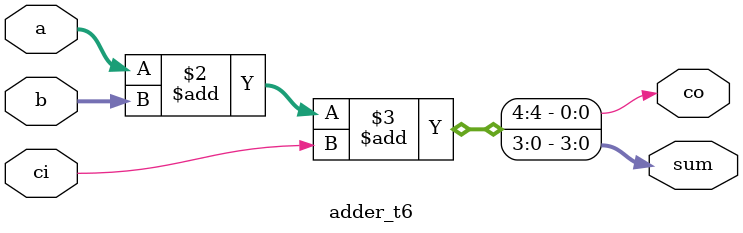
<source format=sv>
module adder_t6 (co, sum, a, b, ci);
output co;
output [3:0] sum;
input [3:0] a, b;
input ci;
reg co;
reg [3:0] sum;
  
// For the adder_t6 example, the outputs should be updated 12ns 
// after input changes. If the a input changes at time 15, the 
// RHS input values will be sampled and the outputs will be updated
// with the sampled value, while all other a, b and ci input changes
// during the next 12ns will not be evaluated. This means old erroneous
// values will remain on the outputs until more input changes occur.
  
always @(a or b or ci)
{co, sum} = #12 a + b + ci;
endmodule

</source>
